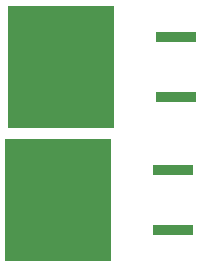
<source format=gbp>
G04*
G04 #@! TF.GenerationSoftware,Altium Limited,Altium Designer,20.1.14 (287)*
G04*
G04 Layer_Color=128*
%FSLAX25Y25*%
%MOIN*%
G70*
G04*
G04 #@! TF.SameCoordinates,C357774A-A1FF-41C0-A387-8AFBD113A784*
G04*
G04*
G04 #@! TF.FilePolarity,Positive*
G04*
G01*
G75*
%ADD115R,0.13780X0.03740*%
%ADD116R,0.35433X0.40748*%
D115*
X283386Y160000D02*
D03*
Y140000D02*
D03*
X284386Y204500D02*
D03*
Y184500D02*
D03*
D116*
X245000Y150000D02*
D03*
X246000Y194500D02*
D03*
M02*

</source>
